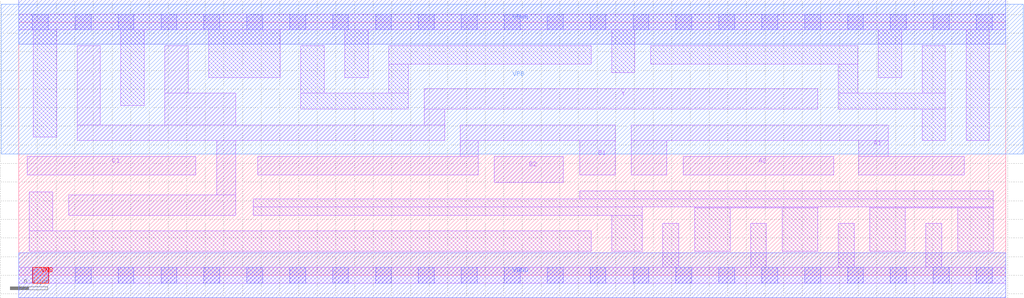
<source format=lef>
# Copyright 2020 The SkyWater PDK Authors
#
# Licensed under the Apache License, Version 2.0 (the "License");
# you may not use this file except in compliance with the License.
# You may obtain a copy of the License at
#
#     https://www.apache.org/licenses/LICENSE-2.0
#
# Unless required by applicable law or agreed to in writing, software
# distributed under the License is distributed on an "AS IS" BASIS,
# WITHOUT WARRANTIES OR CONDITIONS OF ANY KIND, either express or implied.
# See the License for the specific language governing permissions and
# limitations under the License.
#
# SPDX-License-Identifier: Apache-2.0

VERSION 5.7 ;
  NOWIREEXTENSIONATPIN ON ;
  DIVIDERCHAR "/" ;
  BUSBITCHARS "[]" ;
PROPERTYDEFINITIONS
  MACRO maskLayoutSubType STRING ;
  MACRO prCellType STRING ;
  MACRO originalViewName STRING ;
END PROPERTYDEFINITIONS
MACRO sky130_fd_sc_hdll__o221ai_4
  CLASS CORE ;
  FOREIGN sky130_fd_sc_hdll__o221ai_4 ;
  ORIGIN  0.000000  0.000000 ;
  SIZE  10.58000 BY  2.720000 ;
  SYMMETRY X Y R90 ;
  SITE unithd ;
  PIN A1
    ANTENNAGATEAREA  1.110000 ;
    DIRECTION INPUT ;
    USE SIGNAL ;
    PORT
      LAYER li1 ;
        RECT 6.565000 1.075000  6.945000 1.445000 ;
        RECT 6.565000 1.445000  9.320000 1.615000 ;
        RECT 9.005000 1.075000 10.135000 1.275000 ;
        RECT 9.005000 1.275000  9.320000 1.445000 ;
    END
  END A1
  PIN A2
    ANTENNAGATEAREA  1.110000 ;
    DIRECTION INPUT ;
    USE SIGNAL ;
    PORT
      LAYER li1 ;
        RECT 7.125000 1.075000 8.735000 1.275000 ;
    END
  END A2
  PIN B1
    ANTENNAGATEAREA  1.110000 ;
    DIRECTION INPUT ;
    USE SIGNAL ;
    PORT
      LAYER li1 ;
        RECT 2.560000 1.075000 4.925000 1.275000 ;
        RECT 4.735000 1.275000 4.925000 1.445000 ;
        RECT 4.735000 1.445000 6.395000 1.615000 ;
        RECT 6.015000 1.075000 6.395000 1.445000 ;
    END
  END B1
  PIN B2
    ANTENNAGATEAREA  1.110000 ;
    DIRECTION INPUT ;
    USE SIGNAL ;
    PORT
      LAYER li1 ;
        RECT 5.095000 0.995000 5.835000 1.275000 ;
    END
  END B2
  PIN C1
    ANTENNAGATEAREA  1.110000 ;
    DIRECTION INPUT ;
    USE SIGNAL ;
    PORT
      LAYER li1 ;
        RECT 0.090000 1.075000 1.900000 1.275000 ;
    END
  END C1
  PIN VGND
    ANTENNADIFFAREA  0.767000 ;
    DIRECTION INOUT ;
    USE SIGNAL ;
    PORT
      LAYER met1 ;
        RECT 0.000000 -0.240000 10.580000 0.240000 ;
    END
  END VGND
  PIN VPWR
    ANTENNADIFFAREA  2.645000 ;
    DIRECTION INOUT ;
    USE SIGNAL ;
    PORT
      LAYER met1 ;
        RECT 0.000000 2.480000 10.580000 2.960000 ;
    END
  END VPWR
  PIN Y
    ANTENNADIFFAREA  2.156000 ;
    DIRECTION OUTPUT ;
    USE SIGNAL ;
    PORT
      LAYER li1 ;
        RECT 0.535000 0.645000 2.325000 0.865000 ;
        RECT 0.625000 1.445000 4.565000 1.615000 ;
        RECT 0.625000 1.615000 0.875000 2.465000 ;
        RECT 1.565000 1.615000 2.325000 1.955000 ;
        RECT 1.565000 1.955000 1.815000 2.465000 ;
        RECT 2.120000 0.865000 2.325000 1.445000 ;
        RECT 4.345000 1.615000 4.565000 1.785000 ;
        RECT 4.345000 1.785000 8.565000 2.005000 ;
    END
  END Y
  PIN VNB
    DIRECTION INOUT ;
    USE GROUND ;
    PORT
      LAYER pwell ;
        RECT 0.150000 -0.085000 0.320000 0.085000 ;
    END
  END VNB
  PIN VPB
    DIRECTION INOUT ;
    USE POWER ;
    PORT
      LAYER nwell ;
        RECT -0.190000 1.305000 10.770000 2.910000 ;
    END
  END VPB
  OBS
    LAYER li1 ;
      RECT  0.000000 -0.085000 10.580000 0.085000 ;
      RECT  0.000000  2.635000 10.580000 2.805000 ;
      RECT  0.115000  0.255000  6.135000 0.475000 ;
      RECT  0.115000  0.475000  0.365000 0.895000 ;
      RECT  0.155000  1.485000  0.405000 2.635000 ;
      RECT  1.095000  1.825000  1.345000 2.635000 ;
      RECT  2.035000  2.125000  2.805000 2.635000 ;
      RECT  2.515000  0.645000  6.685000 0.735000 ;
      RECT  2.515000  0.735000 10.445000 0.820000 ;
      RECT  3.025000  1.785000  4.175000 1.955000 ;
      RECT  3.025000  1.955000  3.275000 2.465000 ;
      RECT  3.495000  2.125000  3.745000 2.635000 ;
      RECT  3.965000  1.955000  4.175000 2.265000 ;
      RECT  3.965000  2.265000  6.135000 2.465000 ;
      RECT  6.015000  0.820000 10.445000 0.905000 ;
      RECT  6.355000  0.255000  6.685000 0.645000 ;
      RECT  6.355000  2.175000  6.605000 2.635000 ;
      RECT  6.775000  2.265000  8.995000 2.465000 ;
      RECT  6.905000  0.085000  7.075000 0.555000 ;
      RECT  7.245000  0.255000  7.625000 0.725000 ;
      RECT  7.245000  0.725000  8.565000 0.735000 ;
      RECT  7.845000  0.085000  8.015000 0.555000 ;
      RECT  8.185000  0.255000  8.565000 0.725000 ;
      RECT  8.785000  0.085000  8.955000 0.555000 ;
      RECT  8.785000  1.785000  9.935000 1.955000 ;
      RECT  8.785000  1.955000  8.995000 2.265000 ;
      RECT  9.125000  0.255000  9.505000 0.725000 ;
      RECT  9.125000  0.725000 10.445000 0.735000 ;
      RECT  9.215000  2.125000  9.465000 2.635000 ;
      RECT  9.685000  1.445000  9.935000 1.785000 ;
      RECT  9.685000  1.955000  9.935000 2.465000 ;
      RECT  9.725000  0.085000  9.895000 0.555000 ;
      RECT 10.065000  0.255000 10.445000 0.725000 ;
      RECT 10.155000  1.445000 10.405000 2.635000 ;
    LAYER mcon ;
      RECT  0.145000 -0.085000  0.315000 0.085000 ;
      RECT  0.145000  2.635000  0.315000 2.805000 ;
      RECT  0.605000 -0.085000  0.775000 0.085000 ;
      RECT  0.605000  2.635000  0.775000 2.805000 ;
      RECT  1.065000 -0.085000  1.235000 0.085000 ;
      RECT  1.065000  2.635000  1.235000 2.805000 ;
      RECT  1.525000 -0.085000  1.695000 0.085000 ;
      RECT  1.525000  2.635000  1.695000 2.805000 ;
      RECT  1.985000 -0.085000  2.155000 0.085000 ;
      RECT  1.985000  2.635000  2.155000 2.805000 ;
      RECT  2.445000 -0.085000  2.615000 0.085000 ;
      RECT  2.445000  2.635000  2.615000 2.805000 ;
      RECT  2.905000 -0.085000  3.075000 0.085000 ;
      RECT  2.905000  2.635000  3.075000 2.805000 ;
      RECT  3.365000 -0.085000  3.535000 0.085000 ;
      RECT  3.365000  2.635000  3.535000 2.805000 ;
      RECT  3.825000 -0.085000  3.995000 0.085000 ;
      RECT  3.825000  2.635000  3.995000 2.805000 ;
      RECT  4.285000 -0.085000  4.455000 0.085000 ;
      RECT  4.285000  2.635000  4.455000 2.805000 ;
      RECT  4.745000 -0.085000  4.915000 0.085000 ;
      RECT  4.745000  2.635000  4.915000 2.805000 ;
      RECT  5.205000 -0.085000  5.375000 0.085000 ;
      RECT  5.205000  2.635000  5.375000 2.805000 ;
      RECT  5.665000 -0.085000  5.835000 0.085000 ;
      RECT  5.665000  2.635000  5.835000 2.805000 ;
      RECT  6.125000 -0.085000  6.295000 0.085000 ;
      RECT  6.125000  2.635000  6.295000 2.805000 ;
      RECT  6.585000 -0.085000  6.755000 0.085000 ;
      RECT  6.585000  2.635000  6.755000 2.805000 ;
      RECT  7.045000 -0.085000  7.215000 0.085000 ;
      RECT  7.045000  2.635000  7.215000 2.805000 ;
      RECT  7.505000 -0.085000  7.675000 0.085000 ;
      RECT  7.505000  2.635000  7.675000 2.805000 ;
      RECT  7.965000 -0.085000  8.135000 0.085000 ;
      RECT  7.965000  2.635000  8.135000 2.805000 ;
      RECT  8.425000 -0.085000  8.595000 0.085000 ;
      RECT  8.425000  2.635000  8.595000 2.805000 ;
      RECT  8.885000 -0.085000  9.055000 0.085000 ;
      RECT  8.885000  2.635000  9.055000 2.805000 ;
      RECT  9.345000 -0.085000  9.515000 0.085000 ;
      RECT  9.345000  2.635000  9.515000 2.805000 ;
      RECT  9.805000 -0.085000  9.975000 0.085000 ;
      RECT  9.805000  2.635000  9.975000 2.805000 ;
      RECT 10.265000 -0.085000 10.435000 0.085000 ;
      RECT 10.265000  2.635000 10.435000 2.805000 ;
  END
  PROPERTY maskLayoutSubType "abstract" ;
  PROPERTY prCellType "standard" ;
  PROPERTY originalViewName "layout" ;
END sky130_fd_sc_hdll__o221ai_4
END LIBRARY

</source>
